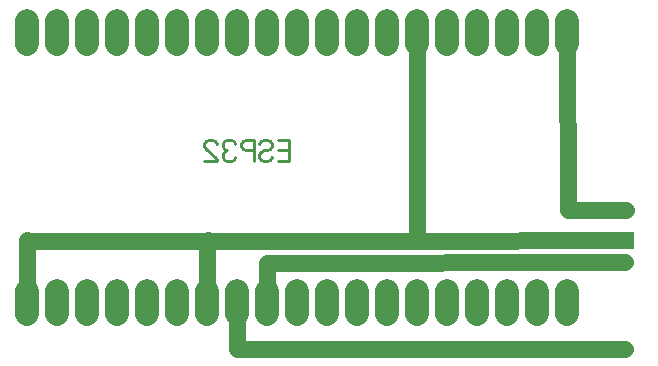
<source format=gbr>
%FSLAX34Y34*%
%MOMM*%
%LNCOPPER_BOTTOM*%
G71*
G01*
%ADD10C,2.000*%
%ADD11C,0.222*%
%ADD12C,1.400*%
%LPD*%
G54D10*
X-518716Y291325D02*
X-518716Y271325D01*
G54D10*
X-493316Y291325D02*
X-493316Y271325D01*
G54D10*
X-467916Y291325D02*
X-467916Y271325D01*
G54D10*
X-442516Y291325D02*
X-442516Y271325D01*
G54D10*
X-417116Y291325D02*
X-417116Y271325D01*
G54D10*
X-391716Y291325D02*
X-391716Y271325D01*
G54D10*
X-366316Y291325D02*
X-366316Y271325D01*
G54D10*
X-340916Y291325D02*
X-340916Y271325D01*
G54D10*
X-315516Y291325D02*
X-315516Y271325D01*
G54D10*
X-290116Y291325D02*
X-290116Y271325D01*
G54D10*
X-264716Y291325D02*
X-264716Y271325D01*
G54D10*
X-239316Y291325D02*
X-239316Y271325D01*
G54D10*
X-213916Y291325D02*
X-213916Y271325D01*
G54D10*
X-188516Y291325D02*
X-188516Y271325D01*
G54D10*
X-163116Y291325D02*
X-163116Y271325D01*
G54D10*
X-137716Y291325D02*
X-137716Y271325D01*
G54D10*
X-112316Y291325D02*
X-112316Y271325D01*
G54D10*
X-86916Y291325D02*
X-86916Y271325D01*
G54D10*
X-61516Y291325D02*
X-61516Y271325D01*
G54D10*
X-518716Y62725D02*
X-518716Y42725D01*
G54D10*
X-493316Y62725D02*
X-493316Y42725D01*
G54D10*
X-467916Y62725D02*
X-467916Y42725D01*
G54D10*
X-442516Y62725D02*
X-442516Y42725D01*
G54D10*
X-417116Y62725D02*
X-417116Y42725D01*
G54D10*
X-391716Y62725D02*
X-391716Y42725D01*
G54D10*
X-366316Y62725D02*
X-366316Y42725D01*
G54D10*
X-340916Y62725D02*
X-340916Y42725D01*
G54D10*
X-315516Y62725D02*
X-315516Y42725D01*
G54D10*
X-290116Y62725D02*
X-290116Y42725D01*
G54D10*
X-264716Y62725D02*
X-264716Y42725D01*
G54D10*
X-239316Y62725D02*
X-239316Y42725D01*
G54D10*
X-213916Y62725D02*
X-213916Y42725D01*
G54D10*
X-188516Y62725D02*
X-188516Y42725D01*
G54D10*
X-163116Y62725D02*
X-163116Y42725D01*
G54D10*
X-137716Y62725D02*
X-137716Y42725D01*
G54D10*
X-112316Y62725D02*
X-112316Y42725D01*
G54D10*
X-86916Y62725D02*
X-86916Y42725D01*
G54D10*
X-61516Y62725D02*
X-61516Y42725D01*
G54D11*
X-306810Y172756D02*
X-297477Y172756D01*
X-297477Y190534D01*
X-306810Y190534D01*
G54D11*
X-297477Y181645D02*
X-306810Y181645D01*
G54D11*
X-311699Y176090D02*
X-313032Y173868D01*
X-315699Y172756D01*
X-318366Y172756D01*
X-321032Y173868D01*
X-322366Y176090D01*
X-322366Y178312D01*
X-321032Y180534D01*
X-318366Y181645D01*
X-315699Y181645D01*
X-313032Y182756D01*
X-311699Y184979D01*
X-311699Y187201D01*
X-313032Y189423D01*
X-315699Y190534D01*
X-318366Y190534D01*
X-321032Y189423D01*
X-322366Y187201D01*
G54D11*
X-327255Y172756D02*
X-327255Y190534D01*
X-333922Y190534D01*
X-336588Y189423D01*
X-337922Y187201D01*
X-337922Y184979D01*
X-336588Y182756D01*
X-333922Y181645D01*
X-327255Y181645D01*
G54D11*
X-342811Y187201D02*
X-344144Y189423D01*
X-346811Y190534D01*
X-349478Y190534D01*
X-352144Y189423D01*
X-353478Y187201D01*
X-353478Y184979D01*
X-352144Y182756D01*
X-349478Y181645D01*
X-352144Y180534D01*
X-353478Y178312D01*
X-353478Y176090D01*
X-352144Y173868D01*
X-349478Y172756D01*
X-346811Y172756D01*
X-344144Y173868D01*
X-342811Y176090D01*
G54D11*
X-369034Y172756D02*
X-358367Y172756D01*
X-358367Y173868D01*
X-359700Y176090D01*
X-367700Y182756D01*
X-369034Y184979D01*
X-369034Y187201D01*
X-367700Y189423D01*
X-365034Y190534D01*
X-362367Y190534D01*
X-359700Y189423D01*
X-358367Y187201D01*
G54D12*
X-19030Y105546D02*
X-188519Y105149D01*
X-188516Y281325D01*
G54D12*
X-19249Y131059D02*
X-61122Y130946D01*
X-61516Y281325D01*
G54D12*
X-19447Y13450D02*
X-340916Y13450D01*
X-340916Y52725D01*
G54D12*
X-19447Y86872D02*
X-315516Y86078D01*
X-315516Y52725D01*
G54D12*
X-188519Y105149D02*
X-518322Y105149D01*
X-518719Y105546D01*
X-518716Y52725D01*
G54D12*
X-366316Y52725D02*
X-366316Y105152D01*
X-365922Y105546D01*
G54D12*
X-26249Y131059D02*
X-12249Y131059D01*
G54D12*
X-26447Y86872D02*
X-12447Y86872D01*
G54D12*
X-26447Y13450D02*
X-12447Y13450D01*
G36*
X-5030Y112546D02*
X-33030Y112546D01*
X-33030Y98546D01*
X-5030Y98546D01*
X-5030Y112546D01*
G37*
M02*

</source>
